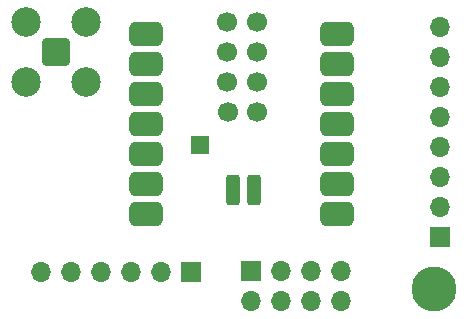
<source format=gbr>
%TF.GenerationSoftware,KiCad,Pcbnew,8.0.8*%
%TF.CreationDate,2025-03-02T22:10:18+01:00*%
%TF.ProjectId,RFM69HW Breakout,52464d36-3948-4572-9042-7265616b6f75,rev?*%
%TF.SameCoordinates,Original*%
%TF.FileFunction,Soldermask,Bot*%
%TF.FilePolarity,Negative*%
%FSLAX46Y46*%
G04 Gerber Fmt 4.6, Leading zero omitted, Abs format (unit mm)*
G04 Created by KiCad (PCBNEW 8.0.8) date 2025-03-02 22:10:18*
%MOMM*%
%LPD*%
G01*
G04 APERTURE LIST*
G04 Aperture macros list*
%AMRoundRect*
0 Rectangle with rounded corners*
0 $1 Rounding radius*
0 $2 $3 $4 $5 $6 $7 $8 $9 X,Y pos of 4 corners*
0 Add a 4 corners polygon primitive as box body*
4,1,4,$2,$3,$4,$5,$6,$7,$8,$9,$2,$3,0*
0 Add four circle primitives for the rounded corners*
1,1,$1+$1,$2,$3*
1,1,$1+$1,$4,$5*
1,1,$1+$1,$6,$7*
1,1,$1+$1,$8,$9*
0 Add four rect primitives between the rounded corners*
20,1,$1+$1,$2,$3,$4,$5,0*
20,1,$1+$1,$4,$5,$6,$7,0*
20,1,$1+$1,$6,$7,$8,$9,0*
20,1,$1+$1,$8,$9,$2,$3,0*%
G04 Aperture macros list end*
%ADD10R,1.700000X1.700000*%
%ADD11O,1.700000X1.700000*%
%ADD12RoundRect,0.200100X0.949900X-0.949900X0.949900X0.949900X-0.949900X0.949900X-0.949900X-0.949900X0*%
%ADD13C,2.500000*%
%ADD14C,2.600000*%
%ADD15C,3.800000*%
%ADD16RoundRect,0.525400X0.900400X0.525400X-0.900400X0.525400X-0.900400X-0.525400X0.900400X-0.525400X0*%
%ADD17RoundRect,0.300400X-0.300400X1.000400X-0.300400X-1.000400X0.300400X-1.000400X0.300400X1.000400X0*%
%ADD18C,1.700000*%
%ADD19R,1.524000X1.524000*%
G04 APERTURE END LIST*
D10*
%TO.C,J1*%
X153924000Y-107061000D03*
D11*
X151384000Y-107061000D03*
X148844000Y-107061000D03*
X146304000Y-107061000D03*
X143764000Y-107061000D03*
X141224000Y-107061000D03*
%TD*%
D12*
%TO.C,AE1*%
X142500000Y-88500000D03*
D13*
X139960000Y-91040000D03*
X145040000Y-91040000D03*
X139960000Y-85960000D03*
X145040000Y-85960000D03*
%TD*%
D14*
%TO.C,H1*%
X174500000Y-108500000D03*
D15*
X174500000Y-108500000D03*
%TD*%
D10*
%TO.C,J2*%
X175000000Y-104100000D03*
D11*
X175000000Y-101560000D03*
X175000000Y-99020000D03*
X175000000Y-96480000D03*
X175000000Y-93940000D03*
X175000000Y-91400000D03*
X175000000Y-88860000D03*
X175000000Y-86320000D03*
%TD*%
D10*
%TO.C,J3*%
X159004000Y-107044000D03*
D11*
X159004000Y-109584000D03*
X161544000Y-107044000D03*
X161544000Y-109584000D03*
X164084000Y-107044000D03*
X164084000Y-109584000D03*
X166624000Y-107044000D03*
X166624000Y-109584000D03*
%TD*%
D16*
%TO.C,U2*%
X166269600Y-86983500D03*
X166269600Y-89523500D03*
X166269600Y-92063500D03*
X166269600Y-94603500D03*
X166269600Y-97143500D03*
X166269600Y-99683500D03*
X166269600Y-102223500D03*
X150104600Y-102223500D03*
X150104600Y-99683500D03*
X150104600Y-97143500D03*
X150104600Y-94603500D03*
X150104600Y-92063500D03*
X150104600Y-89523500D03*
X150104600Y-86983500D03*
D17*
X159258000Y-100135200D03*
X157480000Y-100135200D03*
D18*
X159488000Y-85962000D03*
X156948000Y-85962000D03*
X159488000Y-88502000D03*
X156948000Y-88502000D03*
X159488000Y-91042000D03*
X156948000Y-91042000D03*
X159488000Y-93582000D03*
X157040600Y-93525200D03*
D19*
X154686000Y-96360000D03*
%TD*%
M02*

</source>
